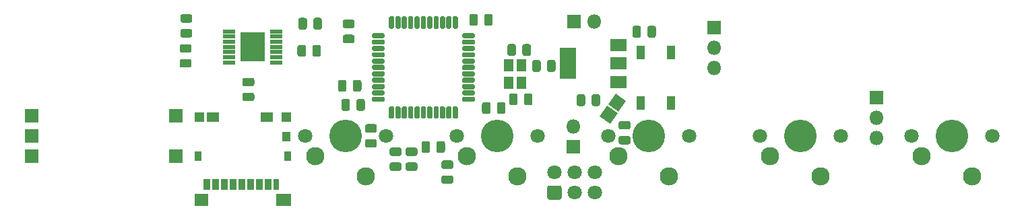
<source format=gbr>
%TF.GenerationSoftware,KiCad,Pcbnew,(5.1.6)-1*%
%TF.CreationDate,2021-01-20T20:20:29-06:00*%
%TF.ProjectId,Pikatea Macropad Mini,50696b61-7465-4612-904d-6163726f7061,rev?*%
%TF.SameCoordinates,Original*%
%TF.FileFunction,Soldermask,Top*%
%TF.FilePolarity,Negative*%
%FSLAX46Y46*%
G04 Gerber Fmt 4.6, Leading zero omitted, Abs format (unit mm)*
G04 Created by KiCad (PCBNEW (5.1.6)-1) date 2021-01-20 20:20:29*
%MOMM*%
%LPD*%
G01*
G04 APERTURE LIST*
%ADD10O,1.800000X1.800000*%
%ADD11R,1.800000X1.800000*%
%ADD12C,1.800000*%
%ADD13C,4.100000*%
%ADD14C,2.300000*%
%ADD15C,0.100000*%
%ADD16R,1.600000X1.900000*%
%ADD17R,1.550000X0.550000*%
%ADD18R,2.100000X1.600000*%
%ADD19R,2.100000X3.900000*%
%ADD20R,1.100000X1.800000*%
%ADD21R,0.825000X1.300000*%
%ADD22R,1.125000X1.250000*%
%ADD23R,1.875000X1.600000*%
%ADD24R,1.725000X1.600000*%
%ADD25R,0.850000X1.450000*%
%ADD26R,0.750000X1.450000*%
%ADD27R,1.500000X1.150000*%
%ADD28R,1.175000X1.150000*%
%ADD29R,1.300000X1.500000*%
G04 APERTURE END LIST*
D10*
%TO.C,J5*%
X197500000Y-105180000D03*
X197500000Y-102640000D03*
D11*
X197500000Y-100100000D03*
%TD*%
D12*
%TO.C,MX5*%
X212140000Y-104920000D03*
X201980000Y-104920000D03*
D13*
X207060000Y-104920000D03*
D14*
X203250000Y-107460000D03*
X209600000Y-110000000D03*
%TD*%
D12*
%TO.C,MX4*%
X193090000Y-104920000D03*
X182930000Y-104920000D03*
D13*
X188010000Y-104920000D03*
D14*
X184200000Y-107460000D03*
X190550000Y-110000000D03*
%TD*%
D10*
%TO.C,J4*%
X177100000Y-96380000D03*
X177100000Y-93840000D03*
D11*
X177100000Y-91300000D03*
%TD*%
D15*
%TO.C,SW3*%
G36*
X165129929Y-101879065D02*
G01*
X163799626Y-100947576D01*
X164731115Y-99617273D01*
X166061418Y-100548762D01*
X165129929Y-101879065D01*
G37*
G36*
X164097492Y-103353538D02*
G01*
X162767189Y-102422049D01*
X163698678Y-101091746D01*
X165028981Y-102023235D01*
X164097492Y-103353538D01*
G37*
%TD*%
%TO.C,C13*%
G36*
G01*
X168737500Y-92281250D02*
X168737500Y-91318750D01*
G75*
G02*
X169006250Y-91050000I268750J0D01*
G01*
X169543750Y-91050000D01*
G75*
G02*
X169812500Y-91318750I0J-268750D01*
G01*
X169812500Y-92281250D01*
G75*
G02*
X169543750Y-92550000I-268750J0D01*
G01*
X169006250Y-92550000D01*
G75*
G02*
X168737500Y-92281250I0J268750D01*
G01*
G37*
G36*
G01*
X166862500Y-92281250D02*
X166862500Y-91318750D01*
G75*
G02*
X167131250Y-91050000I268750J0D01*
G01*
X167668750Y-91050000D01*
G75*
G02*
X167937500Y-91318750I0J-268750D01*
G01*
X167937500Y-92281250D01*
G75*
G02*
X167668750Y-92550000I-268750J0D01*
G01*
X167131250Y-92550000D01*
G75*
G02*
X166862500Y-92281250I0J268750D01*
G01*
G37*
%TD*%
D10*
%TO.C,J3*%
X162040000Y-90500000D03*
D11*
X159500000Y-90500000D03*
%TD*%
D10*
%TO.C,J2*%
X159400000Y-103760000D03*
D11*
X159400000Y-106300000D03*
%TD*%
D16*
%TO.C,U3*%
X118400000Y-92800000D03*
D17*
X122100000Y-91750000D03*
X122100000Y-92400000D03*
X122100000Y-93050000D03*
X122100000Y-93700000D03*
X122100000Y-94350000D03*
X122100000Y-95000000D03*
X122100000Y-95650000D03*
X116200000Y-95650000D03*
X116200000Y-95000000D03*
X116200000Y-94350000D03*
X116200000Y-93700000D03*
X116200000Y-93050000D03*
X116200000Y-92400000D03*
X116200000Y-91750000D03*
D16*
X119900000Y-92800000D03*
X119900000Y-94600000D03*
X118400000Y-94600000D03*
%TD*%
D18*
%TO.C,U2*%
X165100000Y-98100000D03*
X165100000Y-93500000D03*
X165100000Y-95800000D03*
D19*
X158800000Y-95800000D03*
%TD*%
D20*
%TO.C,SW1*%
X167900000Y-100750000D03*
X167900000Y-94450000D03*
X171700000Y-100750000D03*
X171700000Y-94450000D03*
%TD*%
%TO.C,R7*%
G36*
G01*
X110218750Y-95237500D02*
X111181250Y-95237500D01*
G75*
G02*
X111450000Y-95506250I0J-268750D01*
G01*
X111450000Y-96043750D01*
G75*
G02*
X111181250Y-96312500I-268750J0D01*
G01*
X110218750Y-96312500D01*
G75*
G02*
X109950000Y-96043750I0J268750D01*
G01*
X109950000Y-95506250D01*
G75*
G02*
X110218750Y-95237500I268750J0D01*
G01*
G37*
G36*
G01*
X110218750Y-93362500D02*
X111181250Y-93362500D01*
G75*
G02*
X111450000Y-93631250I0J-268750D01*
G01*
X111450000Y-94168750D01*
G75*
G02*
X111181250Y-94437500I-268750J0D01*
G01*
X110218750Y-94437500D01*
G75*
G02*
X109950000Y-94168750I0J268750D01*
G01*
X109950000Y-93631250D01*
G75*
G02*
X110218750Y-93362500I268750J0D01*
G01*
G37*
%TD*%
%TO.C,R6*%
G36*
G01*
X125962500Y-90318750D02*
X125962500Y-91281250D01*
G75*
G02*
X125693750Y-91550000I-268750J0D01*
G01*
X125156250Y-91550000D01*
G75*
G02*
X124887500Y-91281250I0J268750D01*
G01*
X124887500Y-90318750D01*
G75*
G02*
X125156250Y-90050000I268750J0D01*
G01*
X125693750Y-90050000D01*
G75*
G02*
X125962500Y-90318750I0J-268750D01*
G01*
G37*
G36*
G01*
X127837500Y-90318750D02*
X127837500Y-91281250D01*
G75*
G02*
X127568750Y-91550000I-268750J0D01*
G01*
X127031250Y-91550000D01*
G75*
G02*
X126762500Y-91281250I0J268750D01*
G01*
X126762500Y-90318750D01*
G75*
G02*
X127031250Y-90050000I268750J0D01*
G01*
X127568750Y-90050000D01*
G75*
G02*
X127837500Y-90318750I0J-268750D01*
G01*
G37*
%TD*%
%TO.C,R3*%
G36*
G01*
X166361250Y-104102500D02*
X165398750Y-104102500D01*
G75*
G02*
X165130000Y-103833750I0J268750D01*
G01*
X165130000Y-103296250D01*
G75*
G02*
X165398750Y-103027500I268750J0D01*
G01*
X166361250Y-103027500D01*
G75*
G02*
X166630000Y-103296250I0J-268750D01*
G01*
X166630000Y-103833750D01*
G75*
G02*
X166361250Y-104102500I-268750J0D01*
G01*
G37*
G36*
G01*
X166361250Y-105977500D02*
X165398750Y-105977500D01*
G75*
G02*
X165130000Y-105708750I0J268750D01*
G01*
X165130000Y-105171250D01*
G75*
G02*
X165398750Y-104902500I268750J0D01*
G01*
X166361250Y-104902500D01*
G75*
G02*
X166630000Y-105171250I0J-268750D01*
G01*
X166630000Y-105708750D01*
G75*
G02*
X166361250Y-105977500I-268750J0D01*
G01*
G37*
%TD*%
%TO.C,R2*%
G36*
G01*
X111281250Y-90662500D02*
X110318750Y-90662500D01*
G75*
G02*
X110050000Y-90393750I0J268750D01*
G01*
X110050000Y-89856250D01*
G75*
G02*
X110318750Y-89587500I268750J0D01*
G01*
X111281250Y-89587500D01*
G75*
G02*
X111550000Y-89856250I0J-268750D01*
G01*
X111550000Y-90393750D01*
G75*
G02*
X111281250Y-90662500I-268750J0D01*
G01*
G37*
G36*
G01*
X111281250Y-92537500D02*
X110318750Y-92537500D01*
G75*
G02*
X110050000Y-92268750I0J268750D01*
G01*
X110050000Y-91731250D01*
G75*
G02*
X110318750Y-91462500I268750J0D01*
G01*
X111281250Y-91462500D01*
G75*
G02*
X111550000Y-91731250I0J-268750D01*
G01*
X111550000Y-92268750D01*
G75*
G02*
X111281250Y-92537500I-268750J0D01*
G01*
G37*
%TD*%
%TO.C,R1*%
G36*
G01*
X118118750Y-99462500D02*
X119081250Y-99462500D01*
G75*
G02*
X119350000Y-99731250I0J-268750D01*
G01*
X119350000Y-100268750D01*
G75*
G02*
X119081250Y-100537500I-268750J0D01*
G01*
X118118750Y-100537500D01*
G75*
G02*
X117850000Y-100268750I0J268750D01*
G01*
X117850000Y-99731250D01*
G75*
G02*
X118118750Y-99462500I268750J0D01*
G01*
G37*
G36*
G01*
X118118750Y-97587500D02*
X119081250Y-97587500D01*
G75*
G02*
X119350000Y-97856250I0J-268750D01*
G01*
X119350000Y-98393750D01*
G75*
G02*
X119081250Y-98662500I-268750J0D01*
G01*
X118118750Y-98662500D01*
G75*
G02*
X117850000Y-98393750I0J268750D01*
G01*
X117850000Y-97856250D01*
G75*
G02*
X118118750Y-97587500I268750J0D01*
G01*
G37*
%TD*%
D12*
%TO.C,J1*%
X162140000Y-109500000D03*
X159600000Y-109500000D03*
X157060000Y-109500000D03*
X162140000Y-112040000D03*
X159600000Y-112040000D03*
G36*
G01*
X157695294Y-112940000D02*
X156424706Y-112940000D01*
G75*
G02*
X156160000Y-112675294I0J264706D01*
G01*
X156160000Y-111404706D01*
G75*
G02*
X156424706Y-111140000I264706J0D01*
G01*
X157695294Y-111140000D01*
G75*
G02*
X157960000Y-111404706I0J-264706D01*
G01*
X157960000Y-112675294D01*
G75*
G02*
X157695294Y-112940000I-264706J0D01*
G01*
G37*
%TD*%
%TO.C,C14*%
G36*
G01*
X155337500Y-95618750D02*
X155337500Y-96581250D01*
G75*
G02*
X155068750Y-96850000I-268750J0D01*
G01*
X154531250Y-96850000D01*
G75*
G02*
X154262500Y-96581250I0J268750D01*
G01*
X154262500Y-95618750D01*
G75*
G02*
X154531250Y-95350000I268750J0D01*
G01*
X155068750Y-95350000D01*
G75*
G02*
X155337500Y-95618750I0J-268750D01*
G01*
G37*
G36*
G01*
X157212500Y-95618750D02*
X157212500Y-96581250D01*
G75*
G02*
X156943750Y-96850000I-268750J0D01*
G01*
X156406250Y-96850000D01*
G75*
G02*
X156137500Y-96581250I0J268750D01*
G01*
X156137500Y-95618750D01*
G75*
G02*
X156406250Y-95350000I268750J0D01*
G01*
X156943750Y-95350000D01*
G75*
G02*
X157212500Y-95618750I0J-268750D01*
G01*
G37*
%TD*%
%TO.C,C12*%
G36*
G01*
X125837500Y-93718750D02*
X125837500Y-94681250D01*
G75*
G02*
X125568750Y-94950000I-268750J0D01*
G01*
X125031250Y-94950000D01*
G75*
G02*
X124762500Y-94681250I0J268750D01*
G01*
X124762500Y-93718750D01*
G75*
G02*
X125031250Y-93450000I268750J0D01*
G01*
X125568750Y-93450000D01*
G75*
G02*
X125837500Y-93718750I0J-268750D01*
G01*
G37*
G36*
G01*
X127712500Y-93718750D02*
X127712500Y-94681250D01*
G75*
G02*
X127443750Y-94950000I-268750J0D01*
G01*
X126906250Y-94950000D01*
G75*
G02*
X126637500Y-94681250I0J268750D01*
G01*
X126637500Y-93718750D01*
G75*
G02*
X126906250Y-93450000I268750J0D01*
G01*
X127443750Y-93450000D01*
G75*
G02*
X127712500Y-93718750I0J-268750D01*
G01*
G37*
%TD*%
%TO.C,C11*%
G36*
G01*
X160937500Y-99918750D02*
X160937500Y-100881250D01*
G75*
G02*
X160668750Y-101150000I-268750J0D01*
G01*
X160131250Y-101150000D01*
G75*
G02*
X159862500Y-100881250I0J268750D01*
G01*
X159862500Y-99918750D01*
G75*
G02*
X160131250Y-99650000I268750J0D01*
G01*
X160668750Y-99650000D01*
G75*
G02*
X160937500Y-99918750I0J-268750D01*
G01*
G37*
G36*
G01*
X162812500Y-99918750D02*
X162812500Y-100881250D01*
G75*
G02*
X162543750Y-101150000I-268750J0D01*
G01*
X162006250Y-101150000D01*
G75*
G02*
X161737500Y-100881250I0J268750D01*
G01*
X161737500Y-99918750D01*
G75*
G02*
X162006250Y-99650000I268750J0D01*
G01*
X162543750Y-99650000D01*
G75*
G02*
X162812500Y-99918750I0J-268750D01*
G01*
G37*
%TD*%
D11*
%TO.C,SW2*%
X109450000Y-102360000D03*
X109450000Y-107440000D03*
X91350000Y-104900000D03*
X91350000Y-102360000D03*
X91350000Y-107440000D03*
%TD*%
D21*
%TO.C,XS1*%
X112312500Y-107450000D03*
X123512500Y-107450000D03*
D22*
X123362500Y-104975000D03*
D23*
X122987500Y-112950000D03*
D24*
X112737500Y-112950000D03*
D25*
X113400000Y-111025000D03*
X114500000Y-111025000D03*
X115600000Y-111025000D03*
X116700000Y-111025000D03*
X117800000Y-111025000D03*
X118900000Y-111025000D03*
X120000000Y-111025000D03*
X121100000Y-111025000D03*
D26*
X122090000Y-111025000D03*
D27*
X114100000Y-102525000D03*
D28*
X112462500Y-102525000D03*
X123337500Y-102525000D03*
D27*
X120900000Y-102525000D03*
%TD*%
D29*
%TO.C,X1*%
X152900000Y-96000000D03*
X152900000Y-98200000D03*
X151300000Y-98200000D03*
X151300000Y-96000000D03*
%TD*%
%TO.C,U1*%
G36*
G01*
X135562500Y-100625000D02*
X134312500Y-100625000D01*
G75*
G02*
X134150000Y-100462500I0J162500D01*
G01*
X134150000Y-100137500D01*
G75*
G02*
X134312500Y-99975000I162500J0D01*
G01*
X135562500Y-99975000D01*
G75*
G02*
X135725000Y-100137500I0J-162500D01*
G01*
X135725000Y-100462500D01*
G75*
G02*
X135562500Y-100625000I-162500J0D01*
G01*
G37*
G36*
G01*
X135562500Y-99825000D02*
X134312500Y-99825000D01*
G75*
G02*
X134150000Y-99662500I0J162500D01*
G01*
X134150000Y-99337500D01*
G75*
G02*
X134312500Y-99175000I162500J0D01*
G01*
X135562500Y-99175000D01*
G75*
G02*
X135725000Y-99337500I0J-162500D01*
G01*
X135725000Y-99662500D01*
G75*
G02*
X135562500Y-99825000I-162500J0D01*
G01*
G37*
G36*
G01*
X135562500Y-99025000D02*
X134312500Y-99025000D01*
G75*
G02*
X134150000Y-98862500I0J162500D01*
G01*
X134150000Y-98537500D01*
G75*
G02*
X134312500Y-98375000I162500J0D01*
G01*
X135562500Y-98375000D01*
G75*
G02*
X135725000Y-98537500I0J-162500D01*
G01*
X135725000Y-98862500D01*
G75*
G02*
X135562500Y-99025000I-162500J0D01*
G01*
G37*
G36*
G01*
X135562500Y-98225000D02*
X134312500Y-98225000D01*
G75*
G02*
X134150000Y-98062500I0J162500D01*
G01*
X134150000Y-97737500D01*
G75*
G02*
X134312500Y-97575000I162500J0D01*
G01*
X135562500Y-97575000D01*
G75*
G02*
X135725000Y-97737500I0J-162500D01*
G01*
X135725000Y-98062500D01*
G75*
G02*
X135562500Y-98225000I-162500J0D01*
G01*
G37*
G36*
G01*
X135562500Y-97425000D02*
X134312500Y-97425000D01*
G75*
G02*
X134150000Y-97262500I0J162500D01*
G01*
X134150000Y-96937500D01*
G75*
G02*
X134312500Y-96775000I162500J0D01*
G01*
X135562500Y-96775000D01*
G75*
G02*
X135725000Y-96937500I0J-162500D01*
G01*
X135725000Y-97262500D01*
G75*
G02*
X135562500Y-97425000I-162500J0D01*
G01*
G37*
G36*
G01*
X135562500Y-96625000D02*
X134312500Y-96625000D01*
G75*
G02*
X134150000Y-96462500I0J162500D01*
G01*
X134150000Y-96137500D01*
G75*
G02*
X134312500Y-95975000I162500J0D01*
G01*
X135562500Y-95975000D01*
G75*
G02*
X135725000Y-96137500I0J-162500D01*
G01*
X135725000Y-96462500D01*
G75*
G02*
X135562500Y-96625000I-162500J0D01*
G01*
G37*
G36*
G01*
X135562500Y-95825000D02*
X134312500Y-95825000D01*
G75*
G02*
X134150000Y-95662500I0J162500D01*
G01*
X134150000Y-95337500D01*
G75*
G02*
X134312500Y-95175000I162500J0D01*
G01*
X135562500Y-95175000D01*
G75*
G02*
X135725000Y-95337500I0J-162500D01*
G01*
X135725000Y-95662500D01*
G75*
G02*
X135562500Y-95825000I-162500J0D01*
G01*
G37*
G36*
G01*
X135562500Y-95025000D02*
X134312500Y-95025000D01*
G75*
G02*
X134150000Y-94862500I0J162500D01*
G01*
X134150000Y-94537500D01*
G75*
G02*
X134312500Y-94375000I162500J0D01*
G01*
X135562500Y-94375000D01*
G75*
G02*
X135725000Y-94537500I0J-162500D01*
G01*
X135725000Y-94862500D01*
G75*
G02*
X135562500Y-95025000I-162500J0D01*
G01*
G37*
G36*
G01*
X135562500Y-94225000D02*
X134312500Y-94225000D01*
G75*
G02*
X134150000Y-94062500I0J162500D01*
G01*
X134150000Y-93737500D01*
G75*
G02*
X134312500Y-93575000I162500J0D01*
G01*
X135562500Y-93575000D01*
G75*
G02*
X135725000Y-93737500I0J-162500D01*
G01*
X135725000Y-94062500D01*
G75*
G02*
X135562500Y-94225000I-162500J0D01*
G01*
G37*
G36*
G01*
X135562500Y-93425000D02*
X134312500Y-93425000D01*
G75*
G02*
X134150000Y-93262500I0J162500D01*
G01*
X134150000Y-92937500D01*
G75*
G02*
X134312500Y-92775000I162500J0D01*
G01*
X135562500Y-92775000D01*
G75*
G02*
X135725000Y-92937500I0J-162500D01*
G01*
X135725000Y-93262500D01*
G75*
G02*
X135562500Y-93425000I-162500J0D01*
G01*
G37*
G36*
G01*
X135562500Y-92625000D02*
X134312500Y-92625000D01*
G75*
G02*
X134150000Y-92462500I0J162500D01*
G01*
X134150000Y-92137500D01*
G75*
G02*
X134312500Y-91975000I162500J0D01*
G01*
X135562500Y-91975000D01*
G75*
G02*
X135725000Y-92137500I0J-162500D01*
G01*
X135725000Y-92462500D01*
G75*
G02*
X135562500Y-92625000I-162500J0D01*
G01*
G37*
G36*
G01*
X136762500Y-91425000D02*
X136437500Y-91425000D01*
G75*
G02*
X136275000Y-91262500I0J162500D01*
G01*
X136275000Y-90012500D01*
G75*
G02*
X136437500Y-89850000I162500J0D01*
G01*
X136762500Y-89850000D01*
G75*
G02*
X136925000Y-90012500I0J-162500D01*
G01*
X136925000Y-91262500D01*
G75*
G02*
X136762500Y-91425000I-162500J0D01*
G01*
G37*
G36*
G01*
X137562500Y-91425000D02*
X137237500Y-91425000D01*
G75*
G02*
X137075000Y-91262500I0J162500D01*
G01*
X137075000Y-90012500D01*
G75*
G02*
X137237500Y-89850000I162500J0D01*
G01*
X137562500Y-89850000D01*
G75*
G02*
X137725000Y-90012500I0J-162500D01*
G01*
X137725000Y-91262500D01*
G75*
G02*
X137562500Y-91425000I-162500J0D01*
G01*
G37*
G36*
G01*
X138362500Y-91425000D02*
X138037500Y-91425000D01*
G75*
G02*
X137875000Y-91262500I0J162500D01*
G01*
X137875000Y-90012500D01*
G75*
G02*
X138037500Y-89850000I162500J0D01*
G01*
X138362500Y-89850000D01*
G75*
G02*
X138525000Y-90012500I0J-162500D01*
G01*
X138525000Y-91262500D01*
G75*
G02*
X138362500Y-91425000I-162500J0D01*
G01*
G37*
G36*
G01*
X139162500Y-91425000D02*
X138837500Y-91425000D01*
G75*
G02*
X138675000Y-91262500I0J162500D01*
G01*
X138675000Y-90012500D01*
G75*
G02*
X138837500Y-89850000I162500J0D01*
G01*
X139162500Y-89850000D01*
G75*
G02*
X139325000Y-90012500I0J-162500D01*
G01*
X139325000Y-91262500D01*
G75*
G02*
X139162500Y-91425000I-162500J0D01*
G01*
G37*
G36*
G01*
X139962500Y-91425000D02*
X139637500Y-91425000D01*
G75*
G02*
X139475000Y-91262500I0J162500D01*
G01*
X139475000Y-90012500D01*
G75*
G02*
X139637500Y-89850000I162500J0D01*
G01*
X139962500Y-89850000D01*
G75*
G02*
X140125000Y-90012500I0J-162500D01*
G01*
X140125000Y-91262500D01*
G75*
G02*
X139962500Y-91425000I-162500J0D01*
G01*
G37*
G36*
G01*
X140762500Y-91425000D02*
X140437500Y-91425000D01*
G75*
G02*
X140275000Y-91262500I0J162500D01*
G01*
X140275000Y-90012500D01*
G75*
G02*
X140437500Y-89850000I162500J0D01*
G01*
X140762500Y-89850000D01*
G75*
G02*
X140925000Y-90012500I0J-162500D01*
G01*
X140925000Y-91262500D01*
G75*
G02*
X140762500Y-91425000I-162500J0D01*
G01*
G37*
G36*
G01*
X141562500Y-91425000D02*
X141237500Y-91425000D01*
G75*
G02*
X141075000Y-91262500I0J162500D01*
G01*
X141075000Y-90012500D01*
G75*
G02*
X141237500Y-89850000I162500J0D01*
G01*
X141562500Y-89850000D01*
G75*
G02*
X141725000Y-90012500I0J-162500D01*
G01*
X141725000Y-91262500D01*
G75*
G02*
X141562500Y-91425000I-162500J0D01*
G01*
G37*
G36*
G01*
X142362500Y-91425000D02*
X142037500Y-91425000D01*
G75*
G02*
X141875000Y-91262500I0J162500D01*
G01*
X141875000Y-90012500D01*
G75*
G02*
X142037500Y-89850000I162500J0D01*
G01*
X142362500Y-89850000D01*
G75*
G02*
X142525000Y-90012500I0J-162500D01*
G01*
X142525000Y-91262500D01*
G75*
G02*
X142362500Y-91425000I-162500J0D01*
G01*
G37*
G36*
G01*
X143162500Y-91425000D02*
X142837500Y-91425000D01*
G75*
G02*
X142675000Y-91262500I0J162500D01*
G01*
X142675000Y-90012500D01*
G75*
G02*
X142837500Y-89850000I162500J0D01*
G01*
X143162500Y-89850000D01*
G75*
G02*
X143325000Y-90012500I0J-162500D01*
G01*
X143325000Y-91262500D01*
G75*
G02*
X143162500Y-91425000I-162500J0D01*
G01*
G37*
G36*
G01*
X143962500Y-91425000D02*
X143637500Y-91425000D01*
G75*
G02*
X143475000Y-91262500I0J162500D01*
G01*
X143475000Y-90012500D01*
G75*
G02*
X143637500Y-89850000I162500J0D01*
G01*
X143962500Y-89850000D01*
G75*
G02*
X144125000Y-90012500I0J-162500D01*
G01*
X144125000Y-91262500D01*
G75*
G02*
X143962500Y-91425000I-162500J0D01*
G01*
G37*
G36*
G01*
X144762500Y-91425000D02*
X144437500Y-91425000D01*
G75*
G02*
X144275000Y-91262500I0J162500D01*
G01*
X144275000Y-90012500D01*
G75*
G02*
X144437500Y-89850000I162500J0D01*
G01*
X144762500Y-89850000D01*
G75*
G02*
X144925000Y-90012500I0J-162500D01*
G01*
X144925000Y-91262500D01*
G75*
G02*
X144762500Y-91425000I-162500J0D01*
G01*
G37*
G36*
G01*
X146887500Y-92625000D02*
X145637500Y-92625000D01*
G75*
G02*
X145475000Y-92462500I0J162500D01*
G01*
X145475000Y-92137500D01*
G75*
G02*
X145637500Y-91975000I162500J0D01*
G01*
X146887500Y-91975000D01*
G75*
G02*
X147050000Y-92137500I0J-162500D01*
G01*
X147050000Y-92462500D01*
G75*
G02*
X146887500Y-92625000I-162500J0D01*
G01*
G37*
G36*
G01*
X146887500Y-93425000D02*
X145637500Y-93425000D01*
G75*
G02*
X145475000Y-93262500I0J162500D01*
G01*
X145475000Y-92937500D01*
G75*
G02*
X145637500Y-92775000I162500J0D01*
G01*
X146887500Y-92775000D01*
G75*
G02*
X147050000Y-92937500I0J-162500D01*
G01*
X147050000Y-93262500D01*
G75*
G02*
X146887500Y-93425000I-162500J0D01*
G01*
G37*
G36*
G01*
X146887500Y-94225000D02*
X145637500Y-94225000D01*
G75*
G02*
X145475000Y-94062500I0J162500D01*
G01*
X145475000Y-93737500D01*
G75*
G02*
X145637500Y-93575000I162500J0D01*
G01*
X146887500Y-93575000D01*
G75*
G02*
X147050000Y-93737500I0J-162500D01*
G01*
X147050000Y-94062500D01*
G75*
G02*
X146887500Y-94225000I-162500J0D01*
G01*
G37*
G36*
G01*
X146887500Y-95025000D02*
X145637500Y-95025000D01*
G75*
G02*
X145475000Y-94862500I0J162500D01*
G01*
X145475000Y-94537500D01*
G75*
G02*
X145637500Y-94375000I162500J0D01*
G01*
X146887500Y-94375000D01*
G75*
G02*
X147050000Y-94537500I0J-162500D01*
G01*
X147050000Y-94862500D01*
G75*
G02*
X146887500Y-95025000I-162500J0D01*
G01*
G37*
G36*
G01*
X146887500Y-95825000D02*
X145637500Y-95825000D01*
G75*
G02*
X145475000Y-95662500I0J162500D01*
G01*
X145475000Y-95337500D01*
G75*
G02*
X145637500Y-95175000I162500J0D01*
G01*
X146887500Y-95175000D01*
G75*
G02*
X147050000Y-95337500I0J-162500D01*
G01*
X147050000Y-95662500D01*
G75*
G02*
X146887500Y-95825000I-162500J0D01*
G01*
G37*
G36*
G01*
X146887500Y-96625000D02*
X145637500Y-96625000D01*
G75*
G02*
X145475000Y-96462500I0J162500D01*
G01*
X145475000Y-96137500D01*
G75*
G02*
X145637500Y-95975000I162500J0D01*
G01*
X146887500Y-95975000D01*
G75*
G02*
X147050000Y-96137500I0J-162500D01*
G01*
X147050000Y-96462500D01*
G75*
G02*
X146887500Y-96625000I-162500J0D01*
G01*
G37*
G36*
G01*
X146887500Y-97425000D02*
X145637500Y-97425000D01*
G75*
G02*
X145475000Y-97262500I0J162500D01*
G01*
X145475000Y-96937500D01*
G75*
G02*
X145637500Y-96775000I162500J0D01*
G01*
X146887500Y-96775000D01*
G75*
G02*
X147050000Y-96937500I0J-162500D01*
G01*
X147050000Y-97262500D01*
G75*
G02*
X146887500Y-97425000I-162500J0D01*
G01*
G37*
G36*
G01*
X146887500Y-98225000D02*
X145637500Y-98225000D01*
G75*
G02*
X145475000Y-98062500I0J162500D01*
G01*
X145475000Y-97737500D01*
G75*
G02*
X145637500Y-97575000I162500J0D01*
G01*
X146887500Y-97575000D01*
G75*
G02*
X147050000Y-97737500I0J-162500D01*
G01*
X147050000Y-98062500D01*
G75*
G02*
X146887500Y-98225000I-162500J0D01*
G01*
G37*
G36*
G01*
X146887500Y-99025000D02*
X145637500Y-99025000D01*
G75*
G02*
X145475000Y-98862500I0J162500D01*
G01*
X145475000Y-98537500D01*
G75*
G02*
X145637500Y-98375000I162500J0D01*
G01*
X146887500Y-98375000D01*
G75*
G02*
X147050000Y-98537500I0J-162500D01*
G01*
X147050000Y-98862500D01*
G75*
G02*
X146887500Y-99025000I-162500J0D01*
G01*
G37*
G36*
G01*
X146887500Y-99825000D02*
X145637500Y-99825000D01*
G75*
G02*
X145475000Y-99662500I0J162500D01*
G01*
X145475000Y-99337500D01*
G75*
G02*
X145637500Y-99175000I162500J0D01*
G01*
X146887500Y-99175000D01*
G75*
G02*
X147050000Y-99337500I0J-162500D01*
G01*
X147050000Y-99662500D01*
G75*
G02*
X146887500Y-99825000I-162500J0D01*
G01*
G37*
G36*
G01*
X146887500Y-100625000D02*
X145637500Y-100625000D01*
G75*
G02*
X145475000Y-100462500I0J162500D01*
G01*
X145475000Y-100137500D01*
G75*
G02*
X145637500Y-99975000I162500J0D01*
G01*
X146887500Y-99975000D01*
G75*
G02*
X147050000Y-100137500I0J-162500D01*
G01*
X147050000Y-100462500D01*
G75*
G02*
X146887500Y-100625000I-162500J0D01*
G01*
G37*
G36*
G01*
X144762500Y-102750000D02*
X144437500Y-102750000D01*
G75*
G02*
X144275000Y-102587500I0J162500D01*
G01*
X144275000Y-101337500D01*
G75*
G02*
X144437500Y-101175000I162500J0D01*
G01*
X144762500Y-101175000D01*
G75*
G02*
X144925000Y-101337500I0J-162500D01*
G01*
X144925000Y-102587500D01*
G75*
G02*
X144762500Y-102750000I-162500J0D01*
G01*
G37*
G36*
G01*
X143962500Y-102750000D02*
X143637500Y-102750000D01*
G75*
G02*
X143475000Y-102587500I0J162500D01*
G01*
X143475000Y-101337500D01*
G75*
G02*
X143637500Y-101175000I162500J0D01*
G01*
X143962500Y-101175000D01*
G75*
G02*
X144125000Y-101337500I0J-162500D01*
G01*
X144125000Y-102587500D01*
G75*
G02*
X143962500Y-102750000I-162500J0D01*
G01*
G37*
G36*
G01*
X143162500Y-102750000D02*
X142837500Y-102750000D01*
G75*
G02*
X142675000Y-102587500I0J162500D01*
G01*
X142675000Y-101337500D01*
G75*
G02*
X142837500Y-101175000I162500J0D01*
G01*
X143162500Y-101175000D01*
G75*
G02*
X143325000Y-101337500I0J-162500D01*
G01*
X143325000Y-102587500D01*
G75*
G02*
X143162500Y-102750000I-162500J0D01*
G01*
G37*
G36*
G01*
X142362500Y-102750000D02*
X142037500Y-102750000D01*
G75*
G02*
X141875000Y-102587500I0J162500D01*
G01*
X141875000Y-101337500D01*
G75*
G02*
X142037500Y-101175000I162500J0D01*
G01*
X142362500Y-101175000D01*
G75*
G02*
X142525000Y-101337500I0J-162500D01*
G01*
X142525000Y-102587500D01*
G75*
G02*
X142362500Y-102750000I-162500J0D01*
G01*
G37*
G36*
G01*
X141562500Y-102750000D02*
X141237500Y-102750000D01*
G75*
G02*
X141075000Y-102587500I0J162500D01*
G01*
X141075000Y-101337500D01*
G75*
G02*
X141237500Y-101175000I162500J0D01*
G01*
X141562500Y-101175000D01*
G75*
G02*
X141725000Y-101337500I0J-162500D01*
G01*
X141725000Y-102587500D01*
G75*
G02*
X141562500Y-102750000I-162500J0D01*
G01*
G37*
G36*
G01*
X140762500Y-102750000D02*
X140437500Y-102750000D01*
G75*
G02*
X140275000Y-102587500I0J162500D01*
G01*
X140275000Y-101337500D01*
G75*
G02*
X140437500Y-101175000I162500J0D01*
G01*
X140762500Y-101175000D01*
G75*
G02*
X140925000Y-101337500I0J-162500D01*
G01*
X140925000Y-102587500D01*
G75*
G02*
X140762500Y-102750000I-162500J0D01*
G01*
G37*
G36*
G01*
X139962500Y-102750000D02*
X139637500Y-102750000D01*
G75*
G02*
X139475000Y-102587500I0J162500D01*
G01*
X139475000Y-101337500D01*
G75*
G02*
X139637500Y-101175000I162500J0D01*
G01*
X139962500Y-101175000D01*
G75*
G02*
X140125000Y-101337500I0J-162500D01*
G01*
X140125000Y-102587500D01*
G75*
G02*
X139962500Y-102750000I-162500J0D01*
G01*
G37*
G36*
G01*
X139162500Y-102750000D02*
X138837500Y-102750000D01*
G75*
G02*
X138675000Y-102587500I0J162500D01*
G01*
X138675000Y-101337500D01*
G75*
G02*
X138837500Y-101175000I162500J0D01*
G01*
X139162500Y-101175000D01*
G75*
G02*
X139325000Y-101337500I0J-162500D01*
G01*
X139325000Y-102587500D01*
G75*
G02*
X139162500Y-102750000I-162500J0D01*
G01*
G37*
G36*
G01*
X138362500Y-102750000D02*
X138037500Y-102750000D01*
G75*
G02*
X137875000Y-102587500I0J162500D01*
G01*
X137875000Y-101337500D01*
G75*
G02*
X138037500Y-101175000I162500J0D01*
G01*
X138362500Y-101175000D01*
G75*
G02*
X138525000Y-101337500I0J-162500D01*
G01*
X138525000Y-102587500D01*
G75*
G02*
X138362500Y-102750000I-162500J0D01*
G01*
G37*
G36*
G01*
X137562500Y-102750000D02*
X137237500Y-102750000D01*
G75*
G02*
X137075000Y-102587500I0J162500D01*
G01*
X137075000Y-101337500D01*
G75*
G02*
X137237500Y-101175000I162500J0D01*
G01*
X137562500Y-101175000D01*
G75*
G02*
X137725000Y-101337500I0J-162500D01*
G01*
X137725000Y-102587500D01*
G75*
G02*
X137562500Y-102750000I-162500J0D01*
G01*
G37*
G36*
G01*
X136762500Y-102750000D02*
X136437500Y-102750000D01*
G75*
G02*
X136275000Y-102587500I0J162500D01*
G01*
X136275000Y-101337500D01*
G75*
G02*
X136437500Y-101175000I162500J0D01*
G01*
X136762500Y-101175000D01*
G75*
G02*
X136925000Y-101337500I0J-162500D01*
G01*
X136925000Y-102587500D01*
G75*
G02*
X136762500Y-102750000I-162500J0D01*
G01*
G37*
%TD*%
%TO.C,R5*%
G36*
G01*
X137581250Y-107437500D02*
X136618750Y-107437500D01*
G75*
G02*
X136350000Y-107168750I0J268750D01*
G01*
X136350000Y-106631250D01*
G75*
G02*
X136618750Y-106362500I268750J0D01*
G01*
X137581250Y-106362500D01*
G75*
G02*
X137850000Y-106631250I0J-268750D01*
G01*
X137850000Y-107168750D01*
G75*
G02*
X137581250Y-107437500I-268750J0D01*
G01*
G37*
G36*
G01*
X137581250Y-109312500D02*
X136618750Y-109312500D01*
G75*
G02*
X136350000Y-109043750I0J268750D01*
G01*
X136350000Y-108506250D01*
G75*
G02*
X136618750Y-108237500I268750J0D01*
G01*
X137581250Y-108237500D01*
G75*
G02*
X137850000Y-108506250I0J-268750D01*
G01*
X137850000Y-109043750D01*
G75*
G02*
X137581250Y-109312500I-268750J0D01*
G01*
G37*
%TD*%
%TO.C,R4*%
G36*
G01*
X139581250Y-107437500D02*
X138618750Y-107437500D01*
G75*
G02*
X138350000Y-107168750I0J268750D01*
G01*
X138350000Y-106631250D01*
G75*
G02*
X138618750Y-106362500I268750J0D01*
G01*
X139581250Y-106362500D01*
G75*
G02*
X139850000Y-106631250I0J-268750D01*
G01*
X139850000Y-107168750D01*
G75*
G02*
X139581250Y-107437500I-268750J0D01*
G01*
G37*
G36*
G01*
X139581250Y-109312500D02*
X138618750Y-109312500D01*
G75*
G02*
X138350000Y-109043750I0J268750D01*
G01*
X138350000Y-108506250D01*
G75*
G02*
X138618750Y-108237500I268750J0D01*
G01*
X139581250Y-108237500D01*
G75*
G02*
X139850000Y-108506250I0J-268750D01*
G01*
X139850000Y-109043750D01*
G75*
G02*
X139581250Y-109312500I-268750J0D01*
G01*
G37*
%TD*%
D12*
%TO.C,MX3*%
X135940000Y-104920000D03*
X125780000Y-104920000D03*
D13*
X130860000Y-104920000D03*
D14*
X127050000Y-107460000D03*
X133400000Y-110000000D03*
%TD*%
D12*
%TO.C,MX2*%
X174040000Y-104920000D03*
X163880000Y-104920000D03*
D13*
X168960000Y-104920000D03*
D14*
X165150000Y-107460000D03*
X171500000Y-110000000D03*
%TD*%
D12*
%TO.C,MX1*%
X154990000Y-104920000D03*
X144830000Y-104920000D03*
D13*
X149910000Y-104920000D03*
D14*
X146100000Y-107460000D03*
X152450000Y-110000000D03*
%TD*%
%TO.C,C10*%
G36*
G01*
X130937500Y-98118750D02*
X130937500Y-99081250D01*
G75*
G02*
X130668750Y-99350000I-268750J0D01*
G01*
X130131250Y-99350000D01*
G75*
G02*
X129862500Y-99081250I0J268750D01*
G01*
X129862500Y-98118750D01*
G75*
G02*
X130131250Y-97850000I268750J0D01*
G01*
X130668750Y-97850000D01*
G75*
G02*
X130937500Y-98118750I0J-268750D01*
G01*
G37*
G36*
G01*
X132812500Y-98118750D02*
X132812500Y-99081250D01*
G75*
G02*
X132543750Y-99350000I-268750J0D01*
G01*
X132006250Y-99350000D01*
G75*
G02*
X131737500Y-99081250I0J268750D01*
G01*
X131737500Y-98118750D01*
G75*
G02*
X132006250Y-97850000I268750J0D01*
G01*
X132543750Y-97850000D01*
G75*
G02*
X132812500Y-98118750I0J-268750D01*
G01*
G37*
%TD*%
%TO.C,C9*%
G36*
G01*
X141437500Y-105818750D02*
X141437500Y-106781250D01*
G75*
G02*
X141168750Y-107050000I-268750J0D01*
G01*
X140631250Y-107050000D01*
G75*
G02*
X140362500Y-106781250I0J268750D01*
G01*
X140362500Y-105818750D01*
G75*
G02*
X140631250Y-105550000I268750J0D01*
G01*
X141168750Y-105550000D01*
G75*
G02*
X141437500Y-105818750I0J-268750D01*
G01*
G37*
G36*
G01*
X143312500Y-105818750D02*
X143312500Y-106781250D01*
G75*
G02*
X143043750Y-107050000I-268750J0D01*
G01*
X142506250Y-107050000D01*
G75*
G02*
X142237500Y-106781250I0J268750D01*
G01*
X142237500Y-105818750D01*
G75*
G02*
X142506250Y-105550000I268750J0D01*
G01*
X143043750Y-105550000D01*
G75*
G02*
X143312500Y-105818750I0J-268750D01*
G01*
G37*
%TD*%
%TO.C,C8*%
G36*
G01*
X152437500Y-99818750D02*
X152437500Y-100781250D01*
G75*
G02*
X152168750Y-101050000I-268750J0D01*
G01*
X151631250Y-101050000D01*
G75*
G02*
X151362500Y-100781250I0J268750D01*
G01*
X151362500Y-99818750D01*
G75*
G02*
X151631250Y-99550000I268750J0D01*
G01*
X152168750Y-99550000D01*
G75*
G02*
X152437500Y-99818750I0J-268750D01*
G01*
G37*
G36*
G01*
X154312500Y-99818750D02*
X154312500Y-100781250D01*
G75*
G02*
X154043750Y-101050000I-268750J0D01*
G01*
X153506250Y-101050000D01*
G75*
G02*
X153237500Y-100781250I0J268750D01*
G01*
X153237500Y-99818750D01*
G75*
G02*
X153506250Y-99550000I268750J0D01*
G01*
X154043750Y-99550000D01*
G75*
G02*
X154312500Y-99818750I0J-268750D01*
G01*
G37*
%TD*%
%TO.C,C7*%
G36*
G01*
X153037500Y-94581250D02*
X153037500Y-93618750D01*
G75*
G02*
X153306250Y-93350000I268750J0D01*
G01*
X153843750Y-93350000D01*
G75*
G02*
X154112500Y-93618750I0J-268750D01*
G01*
X154112500Y-94581250D01*
G75*
G02*
X153843750Y-94850000I-268750J0D01*
G01*
X153306250Y-94850000D01*
G75*
G02*
X153037500Y-94581250I0J268750D01*
G01*
G37*
G36*
G01*
X151162500Y-94581250D02*
X151162500Y-93618750D01*
G75*
G02*
X151431250Y-93350000I268750J0D01*
G01*
X151968750Y-93350000D01*
G75*
G02*
X152237500Y-93618750I0J-268750D01*
G01*
X152237500Y-94581250D01*
G75*
G02*
X151968750Y-94850000I-268750J0D01*
G01*
X151431250Y-94850000D01*
G75*
G02*
X151162500Y-94581250I0J268750D01*
G01*
G37*
%TD*%
%TO.C,C6*%
G36*
G01*
X143118750Y-109862500D02*
X144081250Y-109862500D01*
G75*
G02*
X144350000Y-110131250I0J-268750D01*
G01*
X144350000Y-110668750D01*
G75*
G02*
X144081250Y-110937500I-268750J0D01*
G01*
X143118750Y-110937500D01*
G75*
G02*
X142850000Y-110668750I0J268750D01*
G01*
X142850000Y-110131250D01*
G75*
G02*
X143118750Y-109862500I268750J0D01*
G01*
G37*
G36*
G01*
X143118750Y-107987500D02*
X144081250Y-107987500D01*
G75*
G02*
X144350000Y-108256250I0J-268750D01*
G01*
X144350000Y-108793750D01*
G75*
G02*
X144081250Y-109062500I-268750J0D01*
G01*
X143118750Y-109062500D01*
G75*
G02*
X142850000Y-108793750I0J268750D01*
G01*
X142850000Y-108256250D01*
G75*
G02*
X143118750Y-107987500I268750J0D01*
G01*
G37*
%TD*%
%TO.C,C5*%
G36*
G01*
X133518750Y-105300000D02*
X134481250Y-105300000D01*
G75*
G02*
X134750000Y-105568750I0J-268750D01*
G01*
X134750000Y-106106250D01*
G75*
G02*
X134481250Y-106375000I-268750J0D01*
G01*
X133518750Y-106375000D01*
G75*
G02*
X133250000Y-106106250I0J268750D01*
G01*
X133250000Y-105568750D01*
G75*
G02*
X133518750Y-105300000I268750J0D01*
G01*
G37*
G36*
G01*
X133518750Y-103425000D02*
X134481250Y-103425000D01*
G75*
G02*
X134750000Y-103693750I0J-268750D01*
G01*
X134750000Y-104231250D01*
G75*
G02*
X134481250Y-104500000I-268750J0D01*
G01*
X133518750Y-104500000D01*
G75*
G02*
X133250000Y-104231250I0J268750D01*
G01*
X133250000Y-103693750D01*
G75*
G02*
X133518750Y-103425000I268750J0D01*
G01*
G37*
%TD*%
%TO.C,C4*%
G36*
G01*
X131362500Y-100518750D02*
X131362500Y-101481250D01*
G75*
G02*
X131093750Y-101750000I-268750J0D01*
G01*
X130556250Y-101750000D01*
G75*
G02*
X130287500Y-101481250I0J268750D01*
G01*
X130287500Y-100518750D01*
G75*
G02*
X130556250Y-100250000I268750J0D01*
G01*
X131093750Y-100250000D01*
G75*
G02*
X131362500Y-100518750I0J-268750D01*
G01*
G37*
G36*
G01*
X133237500Y-100518750D02*
X133237500Y-101481250D01*
G75*
G02*
X132968750Y-101750000I-268750J0D01*
G01*
X132431250Y-101750000D01*
G75*
G02*
X132162500Y-101481250I0J268750D01*
G01*
X132162500Y-100518750D01*
G75*
G02*
X132431250Y-100250000I268750J0D01*
G01*
X132968750Y-100250000D01*
G75*
G02*
X133237500Y-100518750I0J-268750D01*
G01*
G37*
%TD*%
%TO.C,C3*%
G36*
G01*
X148237500Y-90781250D02*
X148237500Y-89818750D01*
G75*
G02*
X148506250Y-89550000I268750J0D01*
G01*
X149043750Y-89550000D01*
G75*
G02*
X149312500Y-89818750I0J-268750D01*
G01*
X149312500Y-90781250D01*
G75*
G02*
X149043750Y-91050000I-268750J0D01*
G01*
X148506250Y-91050000D01*
G75*
G02*
X148237500Y-90781250I0J268750D01*
G01*
G37*
G36*
G01*
X146362500Y-90781250D02*
X146362500Y-89818750D01*
G75*
G02*
X146631250Y-89550000I268750J0D01*
G01*
X147168750Y-89550000D01*
G75*
G02*
X147437500Y-89818750I0J-268750D01*
G01*
X147437500Y-90781250D01*
G75*
G02*
X147168750Y-91050000I-268750J0D01*
G01*
X146631250Y-91050000D01*
G75*
G02*
X146362500Y-90781250I0J268750D01*
G01*
G37*
%TD*%
%TO.C,C2*%
G36*
G01*
X130718750Y-92162500D02*
X131681250Y-92162500D01*
G75*
G02*
X131950000Y-92431250I0J-268750D01*
G01*
X131950000Y-92968750D01*
G75*
G02*
X131681250Y-93237500I-268750J0D01*
G01*
X130718750Y-93237500D01*
G75*
G02*
X130450000Y-92968750I0J268750D01*
G01*
X130450000Y-92431250D01*
G75*
G02*
X130718750Y-92162500I268750J0D01*
G01*
G37*
G36*
G01*
X130718750Y-90287500D02*
X131681250Y-90287500D01*
G75*
G02*
X131950000Y-90556250I0J-268750D01*
G01*
X131950000Y-91093750D01*
G75*
G02*
X131681250Y-91362500I-268750J0D01*
G01*
X130718750Y-91362500D01*
G75*
G02*
X130450000Y-91093750I0J268750D01*
G01*
X130450000Y-90556250D01*
G75*
G02*
X130718750Y-90287500I268750J0D01*
G01*
G37*
%TD*%
%TO.C,C1*%
G36*
G01*
X149837500Y-101881250D02*
X149837500Y-100918750D01*
G75*
G02*
X150106250Y-100650000I268750J0D01*
G01*
X150643750Y-100650000D01*
G75*
G02*
X150912500Y-100918750I0J-268750D01*
G01*
X150912500Y-101881250D01*
G75*
G02*
X150643750Y-102150000I-268750J0D01*
G01*
X150106250Y-102150000D01*
G75*
G02*
X149837500Y-101881250I0J268750D01*
G01*
G37*
G36*
G01*
X147962500Y-101881250D02*
X147962500Y-100918750D01*
G75*
G02*
X148231250Y-100650000I268750J0D01*
G01*
X148768750Y-100650000D01*
G75*
G02*
X149037500Y-100918750I0J-268750D01*
G01*
X149037500Y-101881250D01*
G75*
G02*
X148768750Y-102150000I-268750J0D01*
G01*
X148231250Y-102150000D01*
G75*
G02*
X147962500Y-101881250I0J268750D01*
G01*
G37*
%TD*%
M02*

</source>
